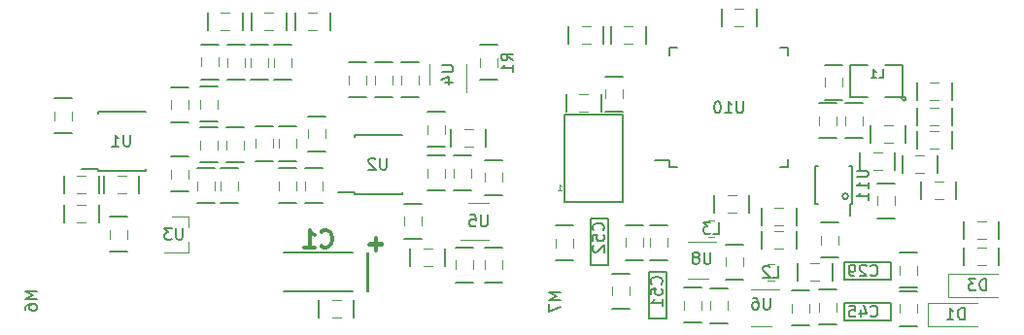
<source format=gbr>
%TF.GenerationSoftware,KiCad,Pcbnew,6.0.4-6f826c9f35~116~ubuntu20.04.1*%
%TF.CreationDate,2022-04-14T19:41:17+00:00*%
%TF.ProjectId,USTSIPIN01,55535453-4950-4494-9e30-312e6b696361,rev?*%
%TF.SameCoordinates,PX6384130PY6d19b00*%
%TF.FileFunction,Legend,Bot*%
%TF.FilePolarity,Positive*%
%FSLAX46Y46*%
G04 Gerber Fmt 4.6, Leading zero omitted, Abs format (unit mm)*
G04 Created by KiCad (PCBNEW 6.0.4-6f826c9f35~116~ubuntu20.04.1) date 2022-04-14 19:41:17*
%MOMM*%
%LPD*%
G01*
G04 APERTURE LIST*
%ADD10C,0.304800*%
%ADD11C,0.150000*%
%ADD12C,0.050000*%
%ADD13C,0.127000*%
%ADD14C,0.120000*%
G04 APERTURE END LIST*
D10*
%TO.C,C1*%
X27504000Y18243715D02*
X27576571Y18171143D01*
X27794285Y18098572D01*
X27939428Y18098572D01*
X28157142Y18171143D01*
X28302285Y18316286D01*
X28374857Y18461429D01*
X28447428Y18751715D01*
X28447428Y18969429D01*
X28374857Y19259715D01*
X28302285Y19404858D01*
X28157142Y19550000D01*
X27939428Y19622572D01*
X27794285Y19622572D01*
X27576571Y19550000D01*
X27504000Y19477429D01*
X26052571Y18098572D02*
X26923428Y18098572D01*
X26488000Y18098572D02*
X26488000Y19622572D01*
X26633142Y19404858D01*
X26778285Y19259715D01*
X26923428Y19187143D01*
X32829291Y18379303D02*
X31668148Y18379303D01*
X32248720Y17798732D02*
X32248720Y18959875D01*
D11*
%TO.C,U1*%
X10866904Y27915620D02*
X10866904Y27106096D01*
X10819285Y27010858D01*
X10771666Y26963239D01*
X10676428Y26915620D01*
X10485952Y26915620D01*
X10390714Y26963239D01*
X10343095Y27010858D01*
X10295476Y27106096D01*
X10295476Y27915620D01*
X9295476Y26915620D02*
X9866904Y26915620D01*
X9581190Y26915620D02*
X9581190Y27915620D01*
X9676428Y27772762D01*
X9771666Y27677524D01*
X9866904Y27629905D01*
%TO.C,U4*%
X38005380Y33971905D02*
X38814904Y33971905D01*
X38910142Y33924286D01*
X38957761Y33876667D01*
X39005380Y33781429D01*
X39005380Y33590953D01*
X38957761Y33495715D01*
X38910142Y33448096D01*
X38814904Y33400477D01*
X38005380Y33400477D01*
X38338714Y32495715D02*
X39005380Y32495715D01*
X37957761Y32733810D02*
X38672047Y32971905D01*
X38672047Y32352858D01*
%TO.C,U5*%
X41981904Y20930620D02*
X41981904Y20121096D01*
X41934285Y20025858D01*
X41886666Y19978239D01*
X41791428Y19930620D01*
X41600952Y19930620D01*
X41505714Y19978239D01*
X41458095Y20025858D01*
X41410476Y20121096D01*
X41410476Y20930620D01*
X40458095Y20930620D02*
X40934285Y20930620D01*
X40981904Y20454429D01*
X40934285Y20502048D01*
X40839047Y20549667D01*
X40600952Y20549667D01*
X40505714Y20502048D01*
X40458095Y20454429D01*
X40410476Y20359191D01*
X40410476Y20121096D01*
X40458095Y20025858D01*
X40505714Y19978239D01*
X40600952Y19930620D01*
X40839047Y19930620D01*
X40934285Y19978239D01*
X40981904Y20025858D01*
%TO.C,U2*%
X33218904Y25883620D02*
X33218904Y25074096D01*
X33171285Y24978858D01*
X33123666Y24931239D01*
X33028428Y24883620D01*
X32837952Y24883620D01*
X32742714Y24931239D01*
X32695095Y24978858D01*
X32647476Y25074096D01*
X32647476Y25883620D01*
X32218904Y25788381D02*
X32171285Y25836000D01*
X32076047Y25883620D01*
X31837952Y25883620D01*
X31742714Y25836000D01*
X31695095Y25788381D01*
X31647476Y25693143D01*
X31647476Y25597905D01*
X31695095Y25455048D01*
X32266523Y24883620D01*
X31647476Y24883620D01*
%TO.C,R1*%
X44211380Y34392667D02*
X43735190Y34726000D01*
X44211380Y34964096D02*
X43211380Y34964096D01*
X43211380Y34583143D01*
X43259000Y34487905D01*
X43306619Y34440286D01*
X43401857Y34392667D01*
X43544714Y34392667D01*
X43639952Y34440286D01*
X43687571Y34487905D01*
X43735190Y34583143D01*
X43735190Y34964096D01*
X44211380Y33440286D02*
X44211380Y34011715D01*
X44211380Y33726000D02*
X43211380Y33726000D01*
X43354238Y33821239D01*
X43449476Y33916477D01*
X43497095Y34011715D01*
%TO.C,U3*%
X15438904Y19787620D02*
X15438904Y18978096D01*
X15391285Y18882858D01*
X15343666Y18835239D01*
X15248428Y18787620D01*
X15057952Y18787620D01*
X14962714Y18835239D01*
X14915095Y18882858D01*
X14867476Y18978096D01*
X14867476Y19787620D01*
X14486523Y19787620D02*
X13867476Y19787620D01*
X14200809Y19406667D01*
X14057952Y19406667D01*
X13962714Y19359048D01*
X13915095Y19311429D01*
X13867476Y19216191D01*
X13867476Y18978096D01*
X13915095Y18882858D01*
X13962714Y18835239D01*
X14057952Y18787620D01*
X14343666Y18787620D01*
X14438904Y18835239D01*
X14486523Y18882858D01*
%TO.C,D1*%
X83553095Y11808620D02*
X83553095Y12808620D01*
X83315000Y12808620D01*
X83172142Y12761000D01*
X83076904Y12665762D01*
X83029285Y12570524D01*
X82981666Y12380048D01*
X82981666Y12237191D01*
X83029285Y12046715D01*
X83076904Y11951477D01*
X83172142Y11856239D01*
X83315000Y11808620D01*
X83553095Y11808620D01*
X82029285Y11808620D02*
X82600714Y11808620D01*
X82315000Y11808620D02*
X82315000Y12808620D01*
X82410238Y12665762D01*
X82505476Y12570524D01*
X82600714Y12522905D01*
%TO.C,D3*%
X85458095Y14348620D02*
X85458095Y15348620D01*
X85220000Y15348620D01*
X85077142Y15301000D01*
X84981904Y15205762D01*
X84934285Y15110524D01*
X84886666Y14920048D01*
X84886666Y14777191D01*
X84934285Y14586715D01*
X84981904Y14491477D01*
X85077142Y14396239D01*
X85220000Y14348620D01*
X85458095Y14348620D01*
X84553333Y15348620D02*
X83934285Y15348620D01*
X84267619Y14967667D01*
X84124761Y14967667D01*
X84029523Y14920048D01*
X83981904Y14872429D01*
X83934285Y14777191D01*
X83934285Y14539096D01*
X83981904Y14443858D01*
X84029523Y14396239D01*
X84124761Y14348620D01*
X84410476Y14348620D01*
X84505714Y14396239D01*
X84553333Y14443858D01*
%TO.C,L2*%
X66871666Y15491620D02*
X67347857Y15491620D01*
X67347857Y16491620D01*
X66585952Y16396381D02*
X66538333Y16444000D01*
X66443095Y16491620D01*
X66205000Y16491620D01*
X66109761Y16444000D01*
X66062142Y16396381D01*
X66014523Y16301143D01*
X66014523Y16205905D01*
X66062142Y16063048D01*
X66633571Y15491620D01*
X66014523Y15491620D01*
%TO.C,L3*%
X61673666Y19301620D02*
X62149857Y19301620D01*
X62149857Y20301620D01*
X61435571Y20301620D02*
X60816523Y20301620D01*
X61149857Y19920667D01*
X61007000Y19920667D01*
X60911761Y19873048D01*
X60864142Y19825429D01*
X60816523Y19730191D01*
X60816523Y19492096D01*
X60864142Y19396858D01*
X60911761Y19349239D01*
X61007000Y19301620D01*
X61292714Y19301620D01*
X61387952Y19349239D01*
X61435571Y19396858D01*
%TO.C,U6*%
X66629904Y13702620D02*
X66629904Y12893096D01*
X66582285Y12797858D01*
X66534666Y12750239D01*
X66439428Y12702620D01*
X66248952Y12702620D01*
X66153714Y12750239D01*
X66106095Y12797858D01*
X66058476Y12893096D01*
X66058476Y13702620D01*
X65153714Y13702620D02*
X65344190Y13702620D01*
X65439428Y13655000D01*
X65487047Y13607381D01*
X65582285Y13464524D01*
X65629904Y13274048D01*
X65629904Y12893096D01*
X65582285Y12797858D01*
X65534666Y12750239D01*
X65439428Y12702620D01*
X65248952Y12702620D01*
X65153714Y12750239D01*
X65106095Y12797858D01*
X65058476Y12893096D01*
X65058476Y13131191D01*
X65106095Y13226429D01*
X65153714Y13274048D01*
X65248952Y13321667D01*
X65439428Y13321667D01*
X65534666Y13274048D01*
X65582285Y13226429D01*
X65629904Y13131191D01*
%TO.C,C52*%
X52059742Y19609458D02*
X52107361Y19657077D01*
X52154980Y19799934D01*
X52154980Y19895172D01*
X52107361Y20038029D01*
X52012123Y20133267D01*
X51916885Y20180886D01*
X51726409Y20228505D01*
X51583552Y20228505D01*
X51393076Y20180886D01*
X51297838Y20133267D01*
X51202600Y20038029D01*
X51154980Y19895172D01*
X51154980Y19799934D01*
X51202600Y19657077D01*
X51250219Y19609458D01*
X51154980Y18704696D02*
X51154980Y19180886D01*
X51631171Y19228505D01*
X51583552Y19180886D01*
X51535933Y19085648D01*
X51535933Y18847553D01*
X51583552Y18752315D01*
X51631171Y18704696D01*
X51726409Y18657077D01*
X51964504Y18657077D01*
X52059742Y18704696D01*
X52107361Y18752315D01*
X52154980Y18847553D01*
X52154980Y19085648D01*
X52107361Y19180886D01*
X52059742Y19228505D01*
X51250219Y18276124D02*
X51202600Y18228505D01*
X51154980Y18133267D01*
X51154980Y17895172D01*
X51202600Y17799934D01*
X51250219Y17752315D01*
X51345457Y17704696D01*
X51440695Y17704696D01*
X51583552Y17752315D01*
X52154980Y18323743D01*
X52154980Y17704696D01*
%TO.C,C51*%
X57139742Y14910458D02*
X57187361Y14958077D01*
X57234980Y15100934D01*
X57234980Y15196172D01*
X57187361Y15339029D01*
X57092123Y15434267D01*
X56996885Y15481886D01*
X56806409Y15529505D01*
X56663552Y15529505D01*
X56473076Y15481886D01*
X56377838Y15434267D01*
X56282600Y15339029D01*
X56234980Y15196172D01*
X56234980Y15100934D01*
X56282600Y14958077D01*
X56330219Y14910458D01*
X56234980Y14005696D02*
X56234980Y14481886D01*
X56711171Y14529505D01*
X56663552Y14481886D01*
X56615933Y14386648D01*
X56615933Y14148553D01*
X56663552Y14053315D01*
X56711171Y14005696D01*
X56806409Y13958077D01*
X57044504Y13958077D01*
X57139742Y14005696D01*
X57187361Y14053315D01*
X57234980Y14148553D01*
X57234980Y14386648D01*
X57187361Y14481886D01*
X57139742Y14529505D01*
X57234980Y13005696D02*
X57234980Y13577124D01*
X57234980Y13291410D02*
X56234980Y13291410D01*
X56377838Y13386648D01*
X56473076Y13481886D01*
X56520695Y13577124D01*
%TO.C,U8*%
X61440904Y17677620D02*
X61440904Y16868096D01*
X61393285Y16772858D01*
X61345666Y16725239D01*
X61250428Y16677620D01*
X61059952Y16677620D01*
X60964714Y16725239D01*
X60917095Y16772858D01*
X60869476Y16868096D01*
X60869476Y17677620D01*
X60250428Y17249048D02*
X60345666Y17296667D01*
X60393285Y17344286D01*
X60440904Y17439524D01*
X60440904Y17487143D01*
X60393285Y17582381D01*
X60345666Y17630000D01*
X60250428Y17677620D01*
X60059952Y17677620D01*
X59964714Y17630000D01*
X59917095Y17582381D01*
X59869476Y17487143D01*
X59869476Y17439524D01*
X59917095Y17344286D01*
X59964714Y17296667D01*
X60059952Y17249048D01*
X60250428Y17249048D01*
X60345666Y17201429D01*
X60393285Y17153810D01*
X60440904Y17058572D01*
X60440904Y16868096D01*
X60393285Y16772858D01*
X60345666Y16725239D01*
X60250428Y16677620D01*
X60059952Y16677620D01*
X59964714Y16725239D01*
X59917095Y16772858D01*
X59869476Y16868096D01*
X59869476Y17058572D01*
X59917095Y17153810D01*
X59964714Y17201429D01*
X60059952Y17249048D01*
%TO.C,U10*%
X64269095Y30842620D02*
X64269095Y30033096D01*
X64221476Y29937858D01*
X64173857Y29890239D01*
X64078619Y29842620D01*
X63888142Y29842620D01*
X63792904Y29890239D01*
X63745285Y29937858D01*
X63697666Y30033096D01*
X63697666Y30842620D01*
X62697666Y29842620D02*
X63269095Y29842620D01*
X62983380Y29842620D02*
X62983380Y30842620D01*
X63078619Y30699762D01*
X63173857Y30604524D01*
X63269095Y30556905D01*
X62078619Y30842620D02*
X61983380Y30842620D01*
X61888142Y30795000D01*
X61840523Y30747381D01*
X61792904Y30652143D01*
X61745285Y30461667D01*
X61745285Y30223572D01*
X61792904Y30033096D01*
X61840523Y29937858D01*
X61888142Y29890239D01*
X61983380Y29842620D01*
X62078619Y29842620D01*
X62173857Y29890239D01*
X62221476Y29937858D01*
X62269095Y30033096D01*
X62316714Y30223572D01*
X62316714Y30461667D01*
X62269095Y30652143D01*
X62221476Y30747381D01*
X62173857Y30795000D01*
X62078619Y30842620D01*
%TO.C,M7*%
X48348380Y14191524D02*
X47348380Y14191524D01*
X48062666Y13858191D01*
X47348380Y13524858D01*
X48348380Y13524858D01*
X47348380Y13143905D02*
X47348380Y12477239D01*
X48348380Y12905810D01*
%TO.C,C29*%
X75383257Y15688458D02*
X75430876Y15640839D01*
X75573733Y15593220D01*
X75668971Y15593220D01*
X75811828Y15640839D01*
X75907066Y15736077D01*
X75954685Y15831315D01*
X76002304Y16021791D01*
X76002304Y16164648D01*
X75954685Y16355124D01*
X75907066Y16450362D01*
X75811828Y16545600D01*
X75668971Y16593220D01*
X75573733Y16593220D01*
X75430876Y16545600D01*
X75383257Y16497981D01*
X75002304Y16497981D02*
X74954685Y16545600D01*
X74859447Y16593220D01*
X74621352Y16593220D01*
X74526114Y16545600D01*
X74478495Y16497981D01*
X74430876Y16402743D01*
X74430876Y16307505D01*
X74478495Y16164648D01*
X75049923Y15593220D01*
X74430876Y15593220D01*
X73954685Y15593220D02*
X73764209Y15593220D01*
X73668971Y15640839D01*
X73621352Y15688458D01*
X73526114Y15831315D01*
X73478495Y16021791D01*
X73478495Y16402743D01*
X73526114Y16497981D01*
X73573733Y16545600D01*
X73668971Y16593220D01*
X73859447Y16593220D01*
X73954685Y16545600D01*
X74002304Y16497981D01*
X74049923Y16402743D01*
X74049923Y16164648D01*
X74002304Y16069410D01*
X73954685Y16021791D01*
X73859447Y15974172D01*
X73668971Y15974172D01*
X73573733Y16021791D01*
X73526114Y16069410D01*
X73478495Y16164648D01*
D12*
%TO.C,J22*%
X48156142Y23083810D02*
X48441857Y23083810D01*
X48299000Y23083810D02*
X48299000Y23583810D01*
X48346619Y23512381D01*
X48394238Y23464762D01*
X48441857Y23440953D01*
D13*
%TO.C,L1*%
X76112000Y32871286D02*
X76474857Y32871286D01*
X76474857Y33633286D01*
X75458857Y32871286D02*
X75894285Y32871286D01*
X75676571Y32871286D02*
X75676571Y33633286D01*
X75749142Y33524429D01*
X75821714Y33451858D01*
X75894285Y33415572D01*
D11*
%TO.C,U11*%
X74177380Y24802096D02*
X74986904Y24802096D01*
X75082142Y24754477D01*
X75129761Y24706858D01*
X75177380Y24611620D01*
X75177380Y24421143D01*
X75129761Y24325905D01*
X75082142Y24278286D01*
X74986904Y24230667D01*
X74177380Y24230667D01*
X75177380Y23230667D02*
X75177380Y23802096D01*
X75177380Y23516381D02*
X74177380Y23516381D01*
X74320238Y23611620D01*
X74415476Y23706858D01*
X74463095Y23802096D01*
X75177380Y22278286D02*
X75177380Y22849715D01*
X75177380Y22564000D02*
X74177380Y22564000D01*
X74320238Y22659239D01*
X74415476Y22754477D01*
X74463095Y22849715D01*
%TO.C,C45*%
X75383257Y12132458D02*
X75430876Y12084839D01*
X75573733Y12037220D01*
X75668971Y12037220D01*
X75811828Y12084839D01*
X75907066Y12180077D01*
X75954685Y12275315D01*
X76002304Y12465791D01*
X76002304Y12608648D01*
X75954685Y12799124D01*
X75907066Y12894362D01*
X75811828Y12989600D01*
X75668971Y13037220D01*
X75573733Y13037220D01*
X75430876Y12989600D01*
X75383257Y12941981D01*
X74526114Y12703886D02*
X74526114Y12037220D01*
X74764209Y13084839D02*
X75002304Y12370553D01*
X74383257Y12370553D01*
X73526114Y13037220D02*
X74002304Y13037220D01*
X74049923Y12561029D01*
X74002304Y12608648D01*
X73907066Y12656267D01*
X73668971Y12656267D01*
X73573733Y12608648D01*
X73526114Y12561029D01*
X73478495Y12465791D01*
X73478495Y12227696D01*
X73526114Y12132458D01*
X73573733Y12084839D01*
X73668971Y12037220D01*
X73907066Y12037220D01*
X74002304Y12084839D01*
X74049923Y12132458D01*
%TO.C,M6*%
X2721380Y14252524D02*
X1721380Y14252524D01*
X2435666Y13919191D01*
X1721380Y13585858D01*
X2721380Y13585858D01*
X1721380Y12681096D02*
X1721380Y12871572D01*
X1769000Y12966810D01*
X1816619Y13014429D01*
X1959476Y13109667D01*
X2149952Y13157286D01*
X2530904Y13157286D01*
X2626142Y13109667D01*
X2673761Y13062048D01*
X2721380Y12966810D01*
X2721380Y12776334D01*
X2673761Y12681096D01*
X2626142Y12633477D01*
X2530904Y12585858D01*
X2292809Y12585858D01*
X2197571Y12633477D01*
X2149952Y12681096D01*
X2102333Y12776334D01*
X2102333Y12966810D01*
X2149952Y13062048D01*
X2197571Y13109667D01*
X2292809Y13157286D01*
D14*
%TO.C,C20*%
X9089000Y19621000D02*
X9089000Y18859000D01*
X10613000Y19621000D02*
X10613000Y18859000D01*
D11*
X9089000Y17716000D02*
X10613000Y17716000D01*
X10613000Y20764000D02*
X9089000Y20764000D01*
%TO.C,C1*%
X31550220Y17637260D02*
X31550220Y14238740D01*
X32251260Y18991080D02*
X32251260Y17891260D01*
X24273120Y17639800D02*
X30272600Y17639800D01*
X32850700Y18490700D02*
X31651820Y18490700D01*
X24250260Y14238740D02*
X30249740Y14238740D01*
X31568000Y17639800D02*
X31568000Y14241280D01*
D14*
%TO.C,C3*%
X5787000Y29209500D02*
X5787000Y29971500D01*
D11*
X4263000Y28066500D02*
X5787000Y28066500D01*
D14*
X4263000Y29209500D02*
X4263000Y29971500D01*
D11*
X5787000Y31114500D02*
X4263000Y31114500D01*
%TO.C,C4*%
X30361500Y12001000D02*
X30361500Y13525000D01*
D14*
X29218500Y13525000D02*
X28456500Y13525000D01*
D11*
X27313500Y13525000D02*
X27313500Y12001000D01*
D14*
X29218500Y12001000D02*
X28456500Y12001000D01*
%TO.C,C5*%
X6993500Y22796000D02*
X6231500Y22796000D01*
D11*
X5088500Y24320000D02*
X5088500Y22796000D01*
X8136500Y22796000D02*
X8136500Y24320000D01*
D14*
X6993500Y24320000D02*
X6231500Y24320000D01*
D11*
%TO.C,C6*%
X20265000Y25018500D02*
X18741000Y25018500D01*
D14*
X18741000Y23875500D02*
X18741000Y23113500D01*
D11*
X18741000Y21970500D02*
X20265000Y21970500D01*
D14*
X20265000Y23875500D02*
X20265000Y23113500D01*
D11*
%TO.C,C7*%
X39061000Y23050000D02*
X40585000Y23050000D01*
D14*
X40585000Y24193000D02*
X40585000Y24955000D01*
D11*
X40585000Y26098000D02*
X39061000Y26098000D01*
D14*
X39061000Y24193000D02*
X39061000Y24955000D01*
D11*
%TO.C,C8*%
X32203000Y31178000D02*
X33727000Y31178000D01*
X33727000Y34226000D02*
X32203000Y34226000D01*
D14*
X32203000Y32321000D02*
X32203000Y33083000D01*
X33727000Y32321000D02*
X33727000Y33083000D01*
%TO.C,C9*%
X39188000Y16954000D02*
X39188000Y16192000D01*
D11*
X40712000Y18097000D02*
X39188000Y18097000D01*
X39188000Y15049000D02*
X40712000Y15049000D01*
D14*
X40712000Y16954000D02*
X40712000Y16192000D01*
%TO.C,C10*%
X10486000Y24320000D02*
X9724000Y24320000D01*
D11*
X8581000Y24320000D02*
X8581000Y22796000D01*
X11629000Y22796000D02*
X11629000Y24320000D01*
D14*
X10486000Y22796000D02*
X9724000Y22796000D01*
D11*
%TO.C,C11*%
X18233000Y25018500D02*
X16709000Y25018500D01*
D14*
X16709000Y23875500D02*
X16709000Y23113500D01*
D11*
X16709000Y21970500D02*
X18233000Y21970500D01*
D14*
X18233000Y23875500D02*
X18233000Y23113500D01*
D11*
%TO.C,C12*%
X38299000Y26098000D02*
X36775000Y26098000D01*
D14*
X36775000Y24193000D02*
X36775000Y24955000D01*
X38299000Y24193000D02*
X38299000Y24955000D01*
D11*
X36775000Y23050000D02*
X38299000Y23050000D01*
D14*
%TO.C,C13*%
X34489000Y32321000D02*
X34489000Y33083000D01*
X36013000Y32321000D02*
X36013000Y33083000D01*
D11*
X34489000Y31178000D02*
X36013000Y31178000D01*
X36013000Y34226000D02*
X34489000Y34226000D01*
D14*
%TO.C,C14*%
X43252000Y16954000D02*
X43252000Y16192000D01*
D11*
X43252000Y18097000D02*
X41728000Y18097000D01*
X41728000Y15049000D02*
X43252000Y15049000D01*
D14*
X41728000Y16954000D02*
X41728000Y16192000D01*
%TO.C,C15*%
X19249000Y26669500D02*
X19249000Y27431500D01*
D11*
X20773000Y28574500D02*
X19249000Y28574500D01*
X19249000Y25526500D02*
X20773000Y25526500D01*
D14*
X20773000Y26669500D02*
X20773000Y27431500D01*
D11*
%TO.C,C16*%
X21789000Y25653500D02*
X23313000Y25653500D01*
X23313000Y28701500D02*
X21789000Y28701500D01*
D14*
X23313000Y27558500D02*
X23313000Y26796500D01*
X21789000Y27558500D02*
X21789000Y26796500D01*
D11*
%TO.C,C17*%
X26361000Y26479000D02*
X27885000Y26479000D01*
X27885000Y29527000D02*
X26361000Y29527000D01*
D14*
X27885000Y27622000D02*
X27885000Y28384000D01*
X26361000Y27622000D02*
X26361000Y28384000D01*
D11*
%TO.C,C18*%
X26107000Y21970500D02*
X27631000Y21970500D01*
D14*
X26107000Y23113500D02*
X26107000Y23875500D01*
X27631000Y23113500D02*
X27631000Y23875500D01*
D11*
X27631000Y25018500D02*
X26107000Y25018500D01*
D14*
%TO.C,C19*%
X38299000Y28003000D02*
X38299000Y28765000D01*
X36775000Y28003000D02*
X36775000Y28765000D01*
D11*
X36775000Y26860000D02*
X38299000Y26860000D01*
X38299000Y29908000D02*
X36775000Y29908000D01*
%TO.C,R3*%
X36267000Y21907000D02*
X34743000Y21907000D01*
D14*
X36267000Y20764000D02*
X36267000Y20002000D01*
X34743000Y20764000D02*
X34743000Y20002000D01*
D11*
X34743000Y18859000D02*
X36267000Y18859000D01*
D14*
%TO.C,R4*%
X31441000Y32321000D02*
X31441000Y33083000D01*
D11*
X31441000Y34226000D02*
X29917000Y34226000D01*
X29917000Y31178000D02*
X31441000Y31178000D01*
D14*
X29917000Y32321000D02*
X29917000Y33083000D01*
%TO.C,R5*%
X37156000Y17970000D02*
X36394000Y17970000D01*
D11*
X38299000Y16446000D02*
X38299000Y17970000D01*
D14*
X37156000Y16446000D02*
X36394000Y16446000D01*
D11*
X35251000Y17970000D02*
X35251000Y16446000D01*
D14*
%TO.C,R6*%
X6993500Y20256000D02*
X6231500Y20256000D01*
D11*
X8136500Y20256000D02*
X8136500Y21780000D01*
D14*
X6993500Y21780000D02*
X6231500Y21780000D01*
D11*
X5088500Y21780000D02*
X5088500Y20256000D01*
%TO.C,R7*%
X14423000Y29019000D02*
X15947000Y29019000D01*
D14*
X14423000Y30924000D02*
X14423000Y30162000D01*
D11*
X15947000Y32067000D02*
X14423000Y32067000D01*
D14*
X15947000Y30924000D02*
X15947000Y30162000D01*
D11*
%TO.C,R8*%
X16963000Y29082500D02*
X18487000Y29082500D01*
D14*
X16963000Y30225500D02*
X16963000Y30987500D01*
X18487000Y30225500D02*
X18487000Y30987500D01*
D11*
X18487000Y32130500D02*
X16963000Y32130500D01*
D14*
%TO.C,R9*%
X16963000Y26669500D02*
X16963000Y27431500D01*
D11*
X18487000Y28574500D02*
X16963000Y28574500D01*
D14*
X18487000Y26669500D02*
X18487000Y27431500D01*
D11*
X16963000Y25526500D02*
X18487000Y25526500D01*
%TO.C,R10*%
X23821000Y25653500D02*
X25345000Y25653500D01*
D14*
X23821000Y26796500D02*
X23821000Y27558500D01*
D11*
X25345000Y28701500D02*
X23821000Y28701500D01*
D14*
X25345000Y26796500D02*
X25345000Y27558500D01*
D11*
%TO.C,R11*%
X25345000Y25018500D02*
X23821000Y25018500D01*
D14*
X23821000Y23113500D02*
X23821000Y23875500D01*
D11*
X23821000Y21970500D02*
X25345000Y21970500D01*
D14*
X25345000Y23113500D02*
X25345000Y23875500D01*
D11*
%TO.C,R12*%
X43252000Y25717000D02*
X41728000Y25717000D01*
D14*
X41728000Y23812000D02*
X41728000Y24574000D01*
D11*
X41728000Y22669000D02*
X43252000Y22669000D01*
D14*
X43252000Y23812000D02*
X43252000Y24574000D01*
%TO.C,R13*%
X39950000Y26860000D02*
X40712000Y26860000D01*
D11*
X38807000Y28384000D02*
X38807000Y26860000D01*
D14*
X39950000Y28384000D02*
X40712000Y28384000D01*
D11*
X41855000Y26860000D02*
X41855000Y28384000D01*
%TO.C,U1*%
X8030000Y24793000D02*
X8030000Y24938000D01*
X8030000Y24938000D02*
X6630000Y24938000D01*
X12180000Y24793000D02*
X12180000Y24938000D01*
X8030000Y29943000D02*
X8030000Y29798000D01*
X8030000Y24793000D02*
X12180000Y24793000D01*
X8030000Y29943000D02*
X12180000Y29943000D01*
D14*
%TO.C,U4*%
X40163000Y34110000D02*
X40163000Y31660000D01*
X36943000Y32310000D02*
X36943000Y34110000D01*
%TO.C,U5*%
X42120000Y18773000D02*
X39670000Y18773000D01*
X40320000Y21993000D02*
X42120000Y21993000D01*
D11*
%TO.C,R2*%
X14423000Y22986500D02*
X15947000Y22986500D01*
D14*
X14423000Y24891500D02*
X14423000Y24129500D01*
X15947000Y24891500D02*
X15947000Y24129500D01*
D11*
X15947000Y26034500D02*
X14423000Y26034500D01*
%TO.C,U2*%
X30382000Y27911000D02*
X34532000Y27911000D01*
X34532000Y22761000D02*
X34532000Y22906000D01*
X30382000Y22761000D02*
X34532000Y22761000D01*
X30382000Y22906000D02*
X28982000Y22906000D01*
X30382000Y27911000D02*
X30382000Y27766000D01*
X30382000Y22761000D02*
X30382000Y22906000D01*
D14*
%TO.C,R1*%
X41347000Y33845000D02*
X41347000Y34607000D01*
D11*
X41347000Y32702000D02*
X42871000Y32702000D01*
X42871000Y35750000D02*
X41347000Y35750000D01*
D14*
X42871000Y33845000D02*
X42871000Y34607000D01*
D11*
%TO.C,C2*%
X20867000Y35756000D02*
X19343000Y35756000D01*
X19343000Y32708000D02*
X20867000Y32708000D01*
D14*
X20867000Y34613000D02*
X20867000Y33851000D01*
X19343000Y34613000D02*
X19343000Y33851000D01*
%TO.C,U3*%
X15961000Y20820000D02*
X15961000Y19890000D01*
X15961000Y17660000D02*
X13801000Y17660000D01*
X15961000Y20820000D02*
X14501000Y20820000D01*
X15961000Y17660000D02*
X15961000Y18590000D01*
%TO.C,D1*%
X80392000Y13261000D02*
X84692000Y13261000D01*
X84692000Y11261000D02*
X80392000Y11261000D01*
X80392000Y11261000D02*
X80392000Y13261000D01*
D11*
%TO.C,C55*%
X71032000Y17214000D02*
X72556000Y17214000D01*
X72556000Y20262000D02*
X71032000Y20262000D01*
D14*
X71032000Y18357000D02*
X71032000Y19119000D01*
X72556000Y18357000D02*
X72556000Y19119000D01*
D11*
%TO.C,R25*%
X65888500Y19500000D02*
X65888500Y17976000D01*
D14*
X67031500Y17976000D02*
X67793500Y17976000D01*
X67031500Y19500000D02*
X67793500Y19500000D01*
D11*
X68936500Y17976000D02*
X68936500Y19500000D01*
%TO.C,R27*%
X65888500Y21532000D02*
X65888500Y20008000D01*
D14*
X67031500Y21532000D02*
X67793500Y21532000D01*
D11*
X68936500Y20008000D02*
X68936500Y21532000D01*
D14*
X67031500Y20008000D02*
X67793500Y20008000D01*
D11*
%TO.C,R28*%
X72048000Y15182000D02*
X72048000Y16706000D01*
D14*
X70143000Y16706000D02*
X70905000Y16706000D01*
X70143000Y15182000D02*
X70905000Y15182000D01*
D11*
X69000000Y16706000D02*
X69000000Y15182000D01*
%TO.C,C21*%
X24931000Y35756000D02*
X23407000Y35756000D01*
D14*
X24931000Y34613000D02*
X24931000Y33851000D01*
X23407000Y34613000D02*
X23407000Y33851000D01*
D11*
X23407000Y32708000D02*
X24931000Y32708000D01*
D14*
%TO.C,C22*%
X79414000Y13150000D02*
X79414000Y12388000D01*
X77890000Y13150000D02*
X77890000Y12388000D01*
D11*
X77890000Y11245000D02*
X79414000Y11245000D01*
X79414000Y14293000D02*
X77890000Y14293000D01*
D14*
%TO.C,C36*%
X84684500Y16579000D02*
X85446500Y16579000D01*
D11*
X86589500Y16579000D02*
X86589500Y18103000D01*
D14*
X84684500Y18103000D02*
X85446500Y18103000D01*
D11*
X83541500Y18103000D02*
X83541500Y16579000D01*
D14*
%TO.C,F1*%
X79414000Y15753500D02*
X79414000Y16515500D01*
D11*
X79414000Y17658500D02*
X77890000Y17658500D01*
D14*
X77890000Y15753500D02*
X77890000Y16515500D01*
D11*
X77890000Y14610500D02*
X79414000Y14610500D01*
D14*
%TO.C,F2*%
X84684500Y18865000D02*
X85446500Y18865000D01*
D11*
X86589500Y18865000D02*
X86589500Y20389000D01*
X83541500Y20389000D02*
X83541500Y18865000D01*
D14*
X84684500Y20389000D02*
X85446500Y20389000D01*
%TO.C,D3*%
X82170000Y13801000D02*
X82170000Y15801000D01*
X82170000Y15801000D02*
X86470000Y15801000D01*
X86470000Y13801000D02*
X82170000Y13801000D01*
%TO.C,L2*%
X66966252Y15234000D02*
X66443748Y15234000D01*
X66966252Y16654000D02*
X66443748Y16654000D01*
%TO.C,L3*%
X61768252Y20464000D02*
X61245748Y20464000D01*
X61768252Y19044000D02*
X61245748Y19044000D01*
%TO.C,U6*%
X66768000Y11225000D02*
X64968000Y11225000D01*
X64968000Y14445000D02*
X67418000Y14445000D01*
%TO.C,C50*%
X55538000Y18166500D02*
X55538000Y18928500D01*
X54014000Y18166500D02*
X54014000Y18928500D01*
D11*
X55538000Y20071500D02*
X54014000Y20071500D01*
X54014000Y17023500D02*
X55538000Y17023500D01*
D14*
%TO.C,C49*%
X61380000Y12642000D02*
X61380000Y13404000D01*
X62904000Y12642000D02*
X62904000Y13404000D01*
D11*
X61380000Y11499000D02*
X62904000Y11499000D01*
X62904000Y14547000D02*
X61380000Y14547000D01*
%TO.C,C42*%
X57697000Y20071500D02*
X56173000Y20071500D01*
X56173000Y17023500D02*
X57697000Y17023500D01*
D14*
X56173000Y18166500D02*
X56173000Y18928500D01*
X57697000Y18166500D02*
X57697000Y18928500D01*
D11*
%TO.C,C52*%
X52490000Y20643000D02*
X50966000Y20643000D01*
X50966000Y16579000D02*
X52490000Y16579000D01*
X50966000Y20643000D02*
X50966000Y16579000D01*
X52490000Y16579000D02*
X52363000Y16579000D01*
X52490000Y16579000D02*
X52490000Y20643000D01*
%TO.C,C38*%
X59094000Y11562500D02*
X60618000Y11562500D01*
D14*
X60618000Y12705500D02*
X60618000Y13467500D01*
X59094000Y12705500D02*
X59094000Y13467500D01*
D11*
X60618000Y14610500D02*
X59094000Y14610500D01*
%TO.C,C51*%
X56046000Y11880000D02*
X57570000Y11880000D01*
X56046000Y15944000D02*
X56046000Y11880000D01*
X57570000Y11880000D02*
X57443000Y11880000D01*
X57570000Y11880000D02*
X57570000Y15944000D01*
X57570000Y15944000D02*
X56046000Y15944000D01*
%TO.C,C25*%
X64301000Y18357000D02*
X62777000Y18357000D01*
D14*
X62777000Y17214000D02*
X62777000Y16452000D01*
X64301000Y17214000D02*
X64301000Y16452000D01*
D11*
X62777000Y15309000D02*
X64301000Y15309000D01*
%TO.C,C44*%
X72429000Y30676000D02*
X70905000Y30676000D01*
D14*
X72429000Y28771000D02*
X72429000Y29533000D01*
X70905000Y28771000D02*
X70905000Y29533000D01*
D11*
X70905000Y27628000D02*
X72429000Y27628000D01*
D14*
%TO.C,C40*%
X73191000Y28771000D02*
X73191000Y29533000D01*
D11*
X73191000Y27628000D02*
X74715000Y27628000D01*
D14*
X74715000Y28771000D02*
X74715000Y29533000D01*
D11*
X74715000Y30676000D02*
X73191000Y30676000D01*
%TO.C,R24*%
X79795000Y23818000D02*
X79795000Y22294000D01*
X82843000Y22294000D02*
X82843000Y23818000D01*
D14*
X80938000Y23818000D02*
X81700000Y23818000D01*
X80938000Y22294000D02*
X81700000Y22294000D01*
D11*
%TO.C,C31*%
X71413000Y30993500D02*
X72937000Y30993500D01*
D14*
X72937000Y32898500D02*
X72937000Y32136500D01*
X71413000Y32898500D02*
X71413000Y32136500D01*
D11*
X72937000Y34041500D02*
X71413000Y34041500D01*
D14*
%TO.C,C27*%
X80557000Y28263000D02*
X81319000Y28263000D01*
X80557000Y26739000D02*
X81319000Y26739000D01*
D11*
X82462000Y26739000D02*
X82462000Y28263000D01*
X79414000Y28263000D02*
X79414000Y26739000D01*
D14*
%TO.C,C53*%
X54395000Y14674000D02*
X54395000Y13912000D01*
D11*
X52871000Y12769000D02*
X54395000Y12769000D01*
X54395000Y15817000D02*
X52871000Y15817000D01*
D14*
X52871000Y14674000D02*
X52871000Y13912000D01*
%TO.C,U8*%
X61264000Y15350000D02*
X59464000Y15350000D01*
X59464000Y18570000D02*
X61914000Y18570000D01*
D11*
%TO.C,U10*%
X68210000Y25153000D02*
X67535000Y25153000D01*
X68210000Y35503000D02*
X67535000Y35503000D01*
X57860000Y25153000D02*
X58535000Y25153000D01*
X57860000Y25728000D02*
X56585000Y25728000D01*
X57860000Y35503000D02*
X57860000Y34828000D01*
X68210000Y25153000D02*
X68210000Y25828000D01*
X57860000Y25153000D02*
X57860000Y25728000D01*
X68210000Y35503000D02*
X68210000Y34828000D01*
X57860000Y35503000D02*
X58535000Y35503000D01*
D14*
%TO.C,R20*%
X76556500Y27247000D02*
X77318500Y27247000D01*
X76556500Y28771000D02*
X77318500Y28771000D01*
D11*
X75413500Y28771000D02*
X75413500Y27247000D01*
X78461500Y27247000D02*
X78461500Y28771000D01*
%TO.C,C29*%
X77128000Y15309000D02*
X77128000Y16833000D01*
X77128000Y16833000D02*
X77128000Y16706000D01*
X73064000Y15309000D02*
X77128000Y15309000D01*
X77128000Y16833000D02*
X73064000Y16833000D01*
X73064000Y16833000D02*
X73064000Y15309000D01*
%TO.C,J22*%
X48680000Y29660000D02*
X48680000Y22040000D01*
X48680000Y22040000D02*
X53760000Y22040000D01*
X53760000Y22040000D02*
X53760000Y29660000D01*
X53760000Y29660000D02*
X48680000Y29660000D01*
D14*
%TO.C,R23*%
X50013500Y29914000D02*
X50775500Y29914000D01*
D11*
X51918500Y29914000D02*
X51918500Y31438000D01*
D14*
X50013500Y31438000D02*
X50775500Y31438000D01*
D11*
X48870500Y31438000D02*
X48870500Y29914000D01*
%TO.C,C26*%
X78144000Y26104000D02*
X78144000Y24580000D01*
X81192000Y24580000D02*
X81192000Y26104000D01*
D14*
X79287000Y24580000D02*
X80049000Y24580000D01*
X79287000Y26104000D02*
X80049000Y26104000D01*
D11*
%TO.C,C28*%
X82462000Y28771000D02*
X82462000Y30295000D01*
X79414000Y30295000D02*
X79414000Y28771000D01*
D14*
X80557000Y28771000D02*
X81319000Y28771000D01*
X80557000Y30295000D02*
X81319000Y30295000D01*
D11*
%TO.C,C30*%
X52109000Y35883000D02*
X52109000Y37407000D01*
D14*
X50204000Y37407000D02*
X50966000Y37407000D01*
X50204000Y35883000D02*
X50966000Y35883000D01*
D11*
X49061000Y37407000D02*
X49061000Y35883000D01*
%TO.C,C33*%
X52744000Y37407000D02*
X52744000Y35883000D01*
D14*
X54649000Y35883000D02*
X53887000Y35883000D01*
X54649000Y37407000D02*
X53887000Y37407000D01*
D11*
X55792000Y35883000D02*
X55792000Y37407000D01*
%TO.C,C34*%
X52236000Y29977500D02*
X53760000Y29977500D01*
D14*
X53760000Y31120500D02*
X53760000Y31882500D01*
D11*
X53760000Y33025500D02*
X52236000Y33025500D01*
D14*
X52236000Y31120500D02*
X52236000Y31882500D01*
%TO.C,C35*%
X63666000Y21151000D02*
X62904000Y21151000D01*
D11*
X64809000Y21151000D02*
X64809000Y22675000D01*
X61761000Y22675000D02*
X61761000Y21151000D01*
D14*
X63666000Y22675000D02*
X62904000Y22675000D01*
D11*
%TO.C,C39*%
X62396000Y38931000D02*
X62396000Y37407000D01*
D14*
X63539000Y37407000D02*
X64301000Y37407000D01*
X63539000Y38931000D02*
X64301000Y38931000D01*
D11*
X65444000Y37407000D02*
X65444000Y38931000D01*
D14*
%TO.C,C43*%
X80557000Y32454000D02*
X81319000Y32454000D01*
D11*
X79414000Y32454000D02*
X79414000Y30930000D01*
D14*
X80557000Y30930000D02*
X81319000Y30930000D01*
D11*
X82462000Y30930000D02*
X82462000Y32454000D01*
%TO.C,C47*%
X77509000Y23691000D02*
X75985000Y23691000D01*
D14*
X75985000Y22548000D02*
X75985000Y21786000D01*
D11*
X75985000Y20643000D02*
X77509000Y20643000D01*
D14*
X77509000Y22548000D02*
X77509000Y21786000D01*
D11*
%TO.C,L1*%
X73572000Y31184000D02*
X73572000Y33978000D01*
X76620000Y33978000D02*
X78144000Y33978000D01*
X75096000Y31184000D02*
X73572000Y31184000D01*
X78144000Y31184000D02*
X76620000Y31184000D01*
X76620000Y33978000D02*
X78144000Y33978000D01*
X78144000Y33978000D02*
X78144000Y31184000D01*
X73572000Y33978000D02*
X75096000Y33978000D01*
X78450605Y31057000D02*
G75*
G03*
X78450605Y31057000I-179605J0D01*
G01*
%TO.C,R21*%
X74461000Y26358000D02*
X74461000Y24834000D01*
D14*
X75604000Y24834000D02*
X76366000Y24834000D01*
D11*
X77509000Y24834000D02*
X77509000Y26358000D01*
D14*
X75604000Y26358000D02*
X76366000Y26358000D01*
D11*
%TO.C,U11*%
X70550000Y21939000D02*
X70825000Y21939000D01*
X73800000Y21939000D02*
X73800000Y25189000D01*
X70550000Y25189000D02*
X70825000Y25189000D01*
X73800000Y25189000D02*
X73525000Y25189000D01*
X73625000Y21939000D02*
X73625000Y20864000D01*
X70550000Y21939000D02*
X70550000Y25189000D01*
X73800000Y21939000D02*
X73625000Y21939000D01*
X73425000Y22564000D02*
G75*
G03*
X73425000Y22564000I-250000J0D01*
G01*
%TO.C,C23*%
X21375000Y32708000D02*
X22899000Y32708000D01*
X22899000Y35756000D02*
X21375000Y35756000D01*
D14*
X21375000Y34613000D02*
X21375000Y33851000D01*
X22899000Y34613000D02*
X22899000Y33851000D01*
D11*
%TO.C,C24*%
X17057000Y32771500D02*
X18581000Y32771500D01*
X18581000Y35819500D02*
X17057000Y35819500D01*
D14*
X18581000Y34676500D02*
X18581000Y33914500D01*
X17057000Y34676500D02*
X17057000Y33914500D01*
%TO.C,C32*%
X68492000Y13213500D02*
X68492000Y12451500D01*
X70016000Y13213500D02*
X70016000Y12451500D01*
D11*
X70016000Y14356500D02*
X68492000Y14356500D01*
X68492000Y11308500D02*
X70016000Y11308500D01*
%TO.C,C45*%
X73064000Y13277000D02*
X73064000Y11753000D01*
X77128000Y11753000D02*
X77128000Y13277000D01*
X77128000Y13277000D02*
X73064000Y13277000D01*
X73064000Y11753000D02*
X77128000Y11753000D01*
X77128000Y13277000D02*
X77128000Y13150000D01*
%TO.C,C48*%
X70905000Y11372000D02*
X72429000Y11372000D01*
D14*
X70905000Y13277000D02*
X70905000Y12515000D01*
X72429000Y13277000D02*
X72429000Y12515000D01*
D11*
X72429000Y14420000D02*
X70905000Y14420000D01*
%TO.C,C54*%
X47918000Y16960000D02*
X49442000Y16960000D01*
X49442000Y20008000D02*
X47918000Y20008000D01*
D14*
X49442000Y18865000D02*
X49442000Y18103000D01*
X47918000Y18865000D02*
X47918000Y18103000D01*
%TO.C,R15*%
X26391500Y37026000D02*
X27153500Y37026000D01*
D11*
X25248500Y38550000D02*
X25248500Y37026000D01*
D14*
X26391500Y38550000D02*
X27153500Y38550000D01*
D11*
X28296500Y37026000D02*
X28296500Y38550000D01*
D14*
%TO.C,R19*%
X22581500Y37026000D02*
X23343500Y37026000D01*
D11*
X21438500Y38550000D02*
X21438500Y37026000D01*
D14*
X22581500Y38550000D02*
X23343500Y38550000D01*
D11*
X24486500Y37026000D02*
X24486500Y38550000D01*
%TO.C,R22*%
X17628500Y38550000D02*
X17628500Y37026000D01*
D14*
X18771500Y37026000D02*
X19533500Y37026000D01*
X18771500Y38550000D02*
X19533500Y38550000D01*
D11*
X20676500Y37026000D02*
X20676500Y38550000D01*
%TD*%
M02*

</source>
